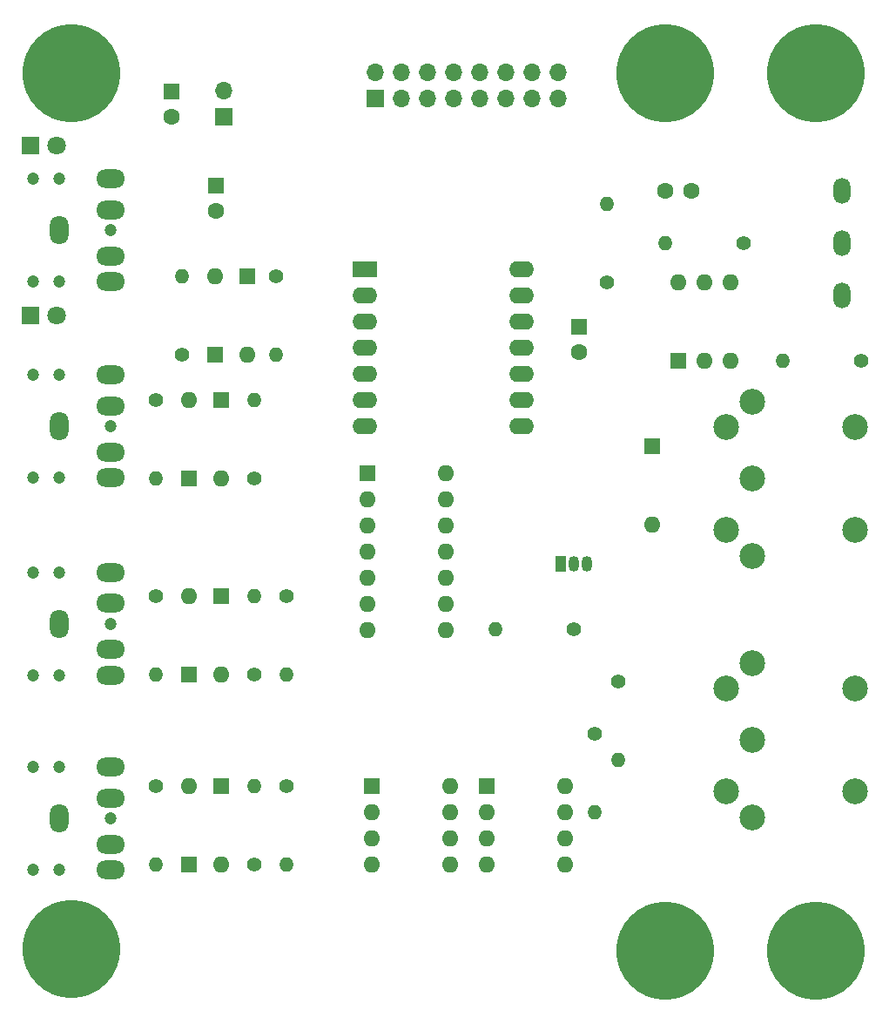
<source format=gbs>
%TF.GenerationSoftware,KiCad,Pcbnew,(6.0.1)*%
%TF.CreationDate,2022-09-23T05:10:08-04:00*%
%TF.ProjectId,SYNTH-MIDI-CTL-01,53594e54-482d-44d4-9944-492d43544c2d,1*%
%TF.SameCoordinates,Original*%
%TF.FileFunction,Soldermask,Bot*%
%TF.FilePolarity,Negative*%
%FSLAX46Y46*%
G04 Gerber Fmt 4.6, Leading zero omitted, Abs format (unit mm)*
G04 Created by KiCad (PCBNEW (6.0.1)) date 2022-09-23 05:10:08*
%MOMM*%
%LPD*%
G01*
G04 APERTURE LIST*
%ADD10R,1.600000X1.600000*%
%ADD11C,1.600000*%
%ADD12O,1.600000X1.600000*%
%ADD13C,9.525000*%
%ADD14O,1.651000X2.540000*%
%ADD15C,1.400000*%
%ADD16O,1.400000X1.400000*%
%ADD17C,1.200000*%
%ADD18O,2.800000X1.800000*%
%ADD19O,1.800000X2.800000*%
%ADD20C,2.500000*%
%ADD21R,1.700000X1.700000*%
%ADD22O,1.700000X1.700000*%
%ADD23R,1.050000X1.500000*%
%ADD24O,1.050000X1.500000*%
%ADD25R,2.400000X1.600000*%
%ADD26O,2.400000X1.600000*%
%ADD27R,1.800000X1.800000*%
%ADD28C,1.800000*%
G04 APERTURE END LIST*
D10*
%TO.C,C3*%
X106172000Y-39434888D03*
D11*
X106172000Y-41934888D03*
%TD*%
D10*
%TO.C,D4*%
X106680000Y-60325000D03*
D12*
X106680000Y-67945000D03*
%TD*%
D10*
%TO.C,C2*%
X141478000Y-53150888D03*
D11*
X141478000Y-55650888D03*
%TD*%
D10*
%TO.C,D9*%
X106680000Y-97790000D03*
D12*
X106680000Y-105410000D03*
%TD*%
D13*
%TO.C,MTG2*%
X92075000Y-113665000D03*
%TD*%
D14*
%TO.C,RV1*%
X167005000Y-40010000D03*
X167005000Y-45090000D03*
X167005000Y-50170000D03*
%TD*%
D13*
%TO.C,MTG3*%
X164465000Y-28575000D03*
%TD*%
%TO.C,MTG6*%
X149860000Y-113792000D03*
%TD*%
D15*
%TO.C,R8*%
X100330000Y-79375000D03*
D16*
X100330000Y-86995000D03*
%TD*%
D15*
%TO.C,R6*%
X100330000Y-60325000D03*
D16*
X100330000Y-67945000D03*
%TD*%
D15*
%TO.C,R5*%
X168910000Y-56515000D03*
D16*
X161290000Y-56515000D03*
%TD*%
D15*
%TO.C,R15*%
X109855000Y-105410000D03*
D16*
X109855000Y-97790000D03*
%TD*%
D17*
%TO.C,J3*%
X88432000Y-67865000D03*
X95932000Y-62865000D03*
X88432000Y-57865000D03*
X90932000Y-57865000D03*
X90932000Y-67865000D03*
D18*
X95932000Y-57865000D03*
X95932000Y-60865000D03*
D19*
X90932000Y-62865000D03*
D18*
X95932000Y-67865000D03*
X95932000Y-65365000D03*
%TD*%
D10*
%TO.C,U3*%
X151145000Y-56505000D03*
D12*
X153685000Y-56505000D03*
X156225000Y-56505000D03*
X156225000Y-48885000D03*
X153685000Y-48885000D03*
X151145000Y-48885000D03*
%TD*%
D17*
%TO.C,J5*%
X90932000Y-77042000D03*
X88432000Y-77042000D03*
X95932000Y-82042000D03*
X90932000Y-87042000D03*
X88432000Y-87042000D03*
D18*
X95932000Y-77042000D03*
X95932000Y-80042000D03*
D19*
X90932000Y-82042000D03*
D18*
X95932000Y-87042000D03*
X95932000Y-84542000D03*
%TD*%
D10*
%TO.C,D6*%
X103505000Y-86995000D03*
D12*
X103505000Y-79375000D03*
%TD*%
D10*
%TO.C,U6*%
X132471000Y-97800000D03*
D12*
X132471000Y-100340000D03*
X132471000Y-102880000D03*
X132471000Y-105420000D03*
X140091000Y-105420000D03*
X140091000Y-102880000D03*
X140091000Y-100340000D03*
X140091000Y-97800000D03*
%TD*%
D15*
%TO.C,R9*%
X109855000Y-86995000D03*
D16*
X109855000Y-79375000D03*
%TD*%
D10*
%TO.C,D5*%
X148590000Y-64770000D03*
D12*
X148590000Y-72390000D03*
%TD*%
D15*
%TO.C,R14*%
X100330000Y-97790000D03*
D16*
X100330000Y-105410000D03*
%TD*%
D10*
%TO.C,D8*%
X103505000Y-105410000D03*
D12*
X103505000Y-97790000D03*
%TD*%
D10*
%TO.C,D3*%
X103505000Y-67945000D03*
D12*
X103505000Y-60325000D03*
%TD*%
D10*
%TO.C,D1*%
X106045000Y-55880000D03*
D12*
X106045000Y-48260000D03*
%TD*%
D10*
%TO.C,U5*%
X121295000Y-97800000D03*
D12*
X121295000Y-100340000D03*
X121295000Y-102880000D03*
X121295000Y-105420000D03*
X128915000Y-105420000D03*
X128915000Y-102880000D03*
X128915000Y-100340000D03*
X128915000Y-97800000D03*
%TD*%
D20*
%TO.C,J6*%
X158290000Y-85845000D03*
X158290000Y-93345000D03*
X158290000Y-100845000D03*
X155790000Y-88345000D03*
X155790000Y-98345000D03*
X168290000Y-98345000D03*
X168290000Y-88345000D03*
%TD*%
D15*
%TO.C,R10*%
X113030000Y-79375000D03*
D16*
X113030000Y-86995000D03*
%TD*%
D15*
%TO.C,R3*%
X102870000Y-55880000D03*
D16*
X102870000Y-48260000D03*
%TD*%
D13*
%TO.C,MTG5*%
X149860000Y-28575000D03*
%TD*%
D10*
%TO.C,D7*%
X106680000Y-79375000D03*
D12*
X106680000Y-86995000D03*
%TD*%
D21*
%TO.C,J1*%
X121666000Y-31050000D03*
D22*
X121666000Y-28510000D03*
X124206000Y-31050000D03*
X124206000Y-28510000D03*
X126746000Y-31050000D03*
X126746000Y-28510000D03*
X129286000Y-31050000D03*
X129286000Y-28510000D03*
X131826000Y-31050000D03*
X131826000Y-28510000D03*
X134366000Y-31050000D03*
X134366000Y-28510000D03*
X136906000Y-31050000D03*
X136906000Y-28510000D03*
X139446000Y-31050000D03*
X139446000Y-28510000D03*
%TD*%
D15*
%TO.C,R13*%
X143002000Y-92710000D03*
D16*
X143002000Y-100330000D03*
%TD*%
D15*
%TO.C,R2*%
X157480000Y-45085000D03*
D16*
X149860000Y-45085000D03*
%TD*%
D23*
%TO.C,Q1*%
X139700000Y-76200000D03*
D24*
X140970000Y-76200000D03*
X142240000Y-76200000D03*
%TD*%
D25*
%TO.C,U2*%
X120650000Y-47625000D03*
D26*
X120650000Y-50165000D03*
X120650000Y-52705000D03*
X120650000Y-55245000D03*
X120650000Y-57785000D03*
X120650000Y-60325000D03*
X120650000Y-62865000D03*
X135890000Y-62865000D03*
X135890000Y-60325000D03*
X135890000Y-57785000D03*
X135890000Y-55245000D03*
X135890000Y-52705000D03*
X135890000Y-50165000D03*
X135890000Y-47625000D03*
%TD*%
D10*
%TO.C,D2*%
X109220000Y-48260000D03*
D12*
X109220000Y-55880000D03*
%TD*%
D21*
%TO.C,H1*%
X106934000Y-32771000D03*
D22*
X106934000Y-30231000D03*
%TD*%
D13*
%TO.C,MTG4*%
X164465000Y-113792000D03*
%TD*%
%TO.C,MTG1*%
X92075000Y-28575000D03*
%TD*%
D15*
%TO.C,R16*%
X113030000Y-97790000D03*
D16*
X113030000Y-105410000D03*
%TD*%
D15*
%TO.C,R1*%
X144145000Y-48895000D03*
D16*
X144145000Y-41275000D03*
%TD*%
D15*
%TO.C,R4*%
X112014000Y-48260000D03*
D16*
X112014000Y-55880000D03*
%TD*%
D15*
%TO.C,R7*%
X109855000Y-67945000D03*
D16*
X109855000Y-60325000D03*
%TD*%
D20*
%TO.C,J4*%
X158290000Y-60445000D03*
X158290000Y-67945000D03*
X158290000Y-75445000D03*
X155790000Y-62945000D03*
X155790000Y-72945000D03*
X168290000Y-72945000D03*
X168290000Y-62945000D03*
%TD*%
D15*
%TO.C,R12*%
X145288000Y-87630000D03*
D16*
X145288000Y-95250000D03*
%TD*%
D27*
%TO.C,DS1*%
X88133000Y-35560000D03*
D28*
X90673000Y-35560000D03*
%TD*%
D17*
%TO.C,J2*%
X88432000Y-38815000D03*
X90932000Y-38815000D03*
X95932000Y-43815000D03*
X90932000Y-48815000D03*
X88432000Y-48815000D03*
D18*
X95932000Y-38815000D03*
X95932000Y-41815000D03*
D19*
X90932000Y-43815000D03*
D18*
X95932000Y-48815000D03*
X95932000Y-46315000D03*
%TD*%
D10*
%TO.C,C1*%
X101854000Y-30290888D03*
D11*
X101854000Y-32790888D03*
%TD*%
D17*
%TO.C,J7*%
X90932000Y-95965000D03*
X88432000Y-95965000D03*
X90932000Y-105965000D03*
X95932000Y-100965000D03*
X88432000Y-105965000D03*
D18*
X95932000Y-95965000D03*
X95932000Y-98965000D03*
D19*
X90932000Y-100965000D03*
D18*
X95932000Y-105965000D03*
X95932000Y-103465000D03*
%TD*%
D27*
%TO.C,DS2*%
X88133000Y-52070000D03*
D28*
X90673000Y-52070000D03*
%TD*%
D10*
%TO.C,U4*%
X120870000Y-67450000D03*
D12*
X120870000Y-69990000D03*
X120870000Y-72530000D03*
X120870000Y-75070000D03*
X120870000Y-77610000D03*
X120870000Y-80150000D03*
X120870000Y-82690000D03*
X128490000Y-82690000D03*
X128490000Y-80150000D03*
X128490000Y-77610000D03*
X128490000Y-75070000D03*
X128490000Y-72530000D03*
X128490000Y-69990000D03*
X128490000Y-67450000D03*
%TD*%
D15*
%TO.C,R11*%
X140970000Y-82550000D03*
D16*
X133350000Y-82550000D03*
%TD*%
D11*
%TO.C,C4*%
X149880000Y-40005000D03*
X152380000Y-40005000D03*
%TD*%
M02*

</source>
